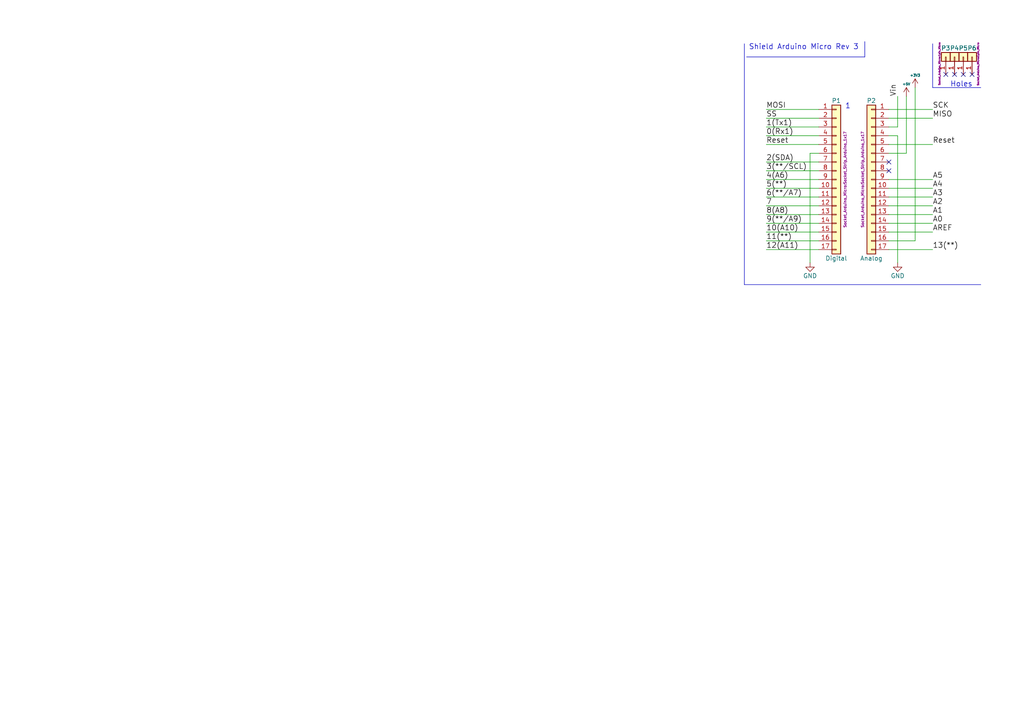
<source format=kicad_sch>
(kicad_sch (version 20230121) (generator eeschema)
  (paper "A4")
  (title_block (date "sam. 04 avril 2015"))
  (lib_symbols
    (symbol "Connector_Generic:Conn_01x01" (pin_names (offset 1.016) hide)
      (property "Reference" "J" (at 0 2.54 0))
      (property "Value" "Conn_01x01" (at 0 -2.54 0))
      (symbol "Conn_01x01_1_1"
        (rectangle (start -1.27 0.127) (end 0 -0.127) (stroke (width 0.1524)))
        (rectangle (start -1.27 1.27) (end 1.27 -1.27) (stroke (width 0.254)) (fill (type background)))
        (pin passive line (at -5.08 0 0) (length 3.81) (name "Pin_1") (number "1"))
      )
    )
    (symbol "Connector_Generic:Conn_01x17" (pin_names (offset 1.016) hide)
      (property "Reference" "J" (at 0 22.86 0))
      (property "Value" "Conn_01x17" (at 0 -22.86 0))
      (symbol "Conn_01x17_1_1"
        (rectangle (start -1.27 -20.193) (end 0 -20.447) (stroke (width 0.1524)))
        (rectangle (start -1.27 -17.653) (end 0 -17.907) (stroke (width 0.1524)))
        (rectangle (start -1.27 -15.113) (end 0 -15.367) (stroke (width 0.1524)))
        (rectangle (start -1.27 -12.573) (end 0 -12.827) (stroke (width 0.1524)))
        (rectangle (start -1.27 -10.033) (end 0 -10.287) (stroke (width 0.1524)))
        (rectangle (start -1.27 -7.493) (end 0 -7.747) (stroke (width 0.1524)))
        (rectangle (start -1.27 -4.953) (end 0 -5.207) (stroke (width 0.1524)))
        (rectangle (start -1.27 -2.413) (end 0 -2.667) (stroke (width 0.1524)))
        (rectangle (start -1.27 0.127) (end 0 -0.127) (stroke (width 0.1524)))
        (rectangle (start -1.27 2.667) (end 0 2.413) (stroke (width 0.1524)))
        (rectangle (start -1.27 5.207) (end 0 4.953) (stroke (width 0.1524)))
        (rectangle (start -1.27 7.747) (end 0 7.493) (stroke (width 0.1524)))
        (rectangle (start -1.27 10.287) (end 0 10.033) (stroke (width 0.1524)))
        (rectangle (start -1.27 12.827) (end 0 12.573) (stroke (width 0.1524)))
        (rectangle (start -1.27 15.367) (end 0 15.113) (stroke (width 0.1524)))
        (rectangle (start -1.27 17.907) (end 0 17.653) (stroke (width 0.1524)))
        (rectangle (start -1.27 20.447) (end 0 20.193) (stroke (width 0.1524)))
        (rectangle (start -1.27 21.59) (end 1.27 -21.59) (stroke (width 0.254)) (fill (type background)))
        (pin passive line (at -5.08 20.32 0) (length 3.81) (name "Pin_1") (number "1"))
        (pin passive line (at -5.08 -2.54 0) (length 3.81) (name "Pin_10") (number "10"))
        (pin passive line (at -5.08 -5.08 0) (length 3.81) (name "Pin_11") (number "11"))
        (pin passive line (at -5.08 -7.62 0) (length 3.81) (name "Pin_12") (number "12"))
        (pin passive line (at -5.08 -10.16 0) (length 3.81) (name "Pin_13") (number "13"))
        (pin passive line (at -5.08 -12.7 0) (length 3.81) (name "Pin_14") (number "14"))
        (pin passive line (at -5.08 -15.24 0) (length 3.81) (name "Pin_15") (number "15"))
        (pin passive line (at -5.08 -17.78 0) (length 3.81) (name "Pin_16") (number "16"))
        (pin passive line (at -5.08 -20.32 0) (length 3.81) (name "Pin_17") (number "17"))
        (pin passive line (at -5.08 17.78 0) (length 3.81) (name "Pin_2") (number "2"))
        (pin passive line (at -5.08 15.24 0) (length 3.81) (name "Pin_3") (number "3"))
        (pin passive line (at -5.08 12.7 0) (length 3.81) (name "Pin_4") (number "4"))
        (pin passive line (at -5.08 10.16 0) (length 3.81) (name "Pin_5") (number "5"))
        (pin passive line (at -5.08 7.62 0) (length 3.81) (name "Pin_6") (number "6"))
        (pin passive line (at -5.08 5.08 0) (length 3.81) (name "Pin_7") (number "7"))
        (pin passive line (at -5.08 2.54 0) (length 3.81) (name "Pin_8") (number "8"))
        (pin passive line (at -5.08 0 0) (length 3.81) (name "Pin_9") (number "9"))
      )
    )
    (symbol "power:+3V3" (power) (pin_names (offset 0))
      (property "Value" "+3V3" (at 0 3.556 0))
      (symbol "+3V3_0_1"
        (polyline (pts (xy -0.762 1.27) (xy 0 2.54)))
        (polyline (pts (xy 0 0) (xy 0 2.54)))
        (polyline (pts (xy 0 2.54) (xy 0.762 1.27)))
      )
      (symbol "+3V3_1_1"
        (pin power_in line (at 0 0 90) (length 0) hide (name "+3V3") (number "1"))
      )
    )
    (symbol "power:+5V" (power) (pin_names (offset 0))
      (property "Value" "+5V" (at 0 3.556 0))
      (symbol "+5V_0_1"
        (polyline (pts (xy -0.762 1.27) (xy 0 2.54)))
        (polyline (pts (xy 0 0) (xy 0 2.54)))
        (polyline (pts (xy 0 2.54) (xy 0.762 1.27)))
      )
      (symbol "+5V_1_1"
        (pin power_in line (at 0 0 90) (length 0) hide (name "+5V") (number "1"))
      )
    )
    (symbol "power:GND" (power) (pin_names (offset 0))
      (property "Value" "GND" (at 0 -3.81 0))
      (symbol "GND_0_1"
        (polyline (pts (xy 0 0) (xy 0 -1.27) (xy 1.27 -1.27) (xy 0 -2.54) (xy -1.27 -1.27) (xy 0 -1.27)))
      )
      (symbol "GND_1_1"
        (pin power_in line (at 0 0 270) (length 0) hide (name "GND") (number "1"))
      )
    )
  )
  (no_connect (at 281.94 21.59))
  (no_connect (at 257.81 46.99))
  (no_connect (at 257.81 49.53))
  (no_connect (at 279.4 21.59))
  (no_connect (at 276.86 21.59))
  (no_connect (at 274.32 21.59))
  (wire (pts (xy 222.25 34.29) (xy 237.49 34.29)))
  (wire (pts (xy 222.25 57.15) (xy 237.49 57.15)))
  (wire (pts (xy 222.25 31.75) (xy 237.49 31.75)))
  (wire (pts (xy 222.25 59.69) (xy 237.49 59.69)))
  (wire (pts (xy 222.25 54.61) (xy 237.49 54.61)))
  (wire (pts (xy 265.43 25.4) (xy 265.43 69.85)))
  (wire (pts (xy 270.51 57.15) (xy 257.81 57.15)))
  (polyline (pts (xy 250.825 16.51) (xy 250.825 12.065)))
  (wire (pts (xy 260.35 36.83) (xy 260.35 27.94)))
  (wire (pts (xy 270.51 59.69) (xy 257.81 59.69)))
  (wire (pts (xy 257.81 36.83) (xy 260.35 36.83)))
  (polyline (pts (xy 284.48 25.4) (xy 270.51 25.4)))
  (polyline (pts (xy 215.9 82.55) (xy 284.48 82.55)))
  (wire (pts (xy 265.43 69.85) (xy 257.81 69.85)))
  (polyline (pts (xy 216.535 16.51) (xy 250.825 16.51)))
  (wire (pts (xy 222.25 72.39) (xy 237.49 72.39)))
  (wire (pts (xy 260.35 39.37) (xy 260.35 76.2)))
  (wire (pts (xy 222.25 69.85) (xy 237.49 69.85)))
  (wire (pts (xy 222.25 36.83) (xy 237.49 36.83)))
  (wire (pts (xy 222.25 39.37) (xy 237.49 39.37)))
  (wire (pts (xy 222.25 52.07) (xy 237.49 52.07)))
  (wire (pts (xy 257.81 39.37) (xy 260.35 39.37)))
  (wire (pts (xy 222.25 49.53) (xy 237.49 49.53)))
  (wire (pts (xy 222.25 67.31) (xy 237.49 67.31)))
  (wire (pts (xy 270.51 72.39) (xy 257.81 72.39)))
  (wire (pts (xy 270.51 64.77) (xy 257.81 64.77)))
  (wire (pts (xy 257.81 62.23) (xy 270.51 62.23)))
  (wire (pts (xy 262.89 44.45) (xy 262.89 27.94)))
  (polyline (pts (xy 270.51 25.4) (xy 270.51 12.7)))
  (wire (pts (xy 234.95 44.45) (xy 234.95 76.2)))
  (wire (pts (xy 222.25 41.91) (xy 237.49 41.91)))
  (wire (pts (xy 270.51 31.75) (xy 257.81 31.75)))
  (wire (pts (xy 257.81 67.31) (xy 270.51 67.31)))
  (polyline (pts (xy 215.9 12.7) (xy 215.9 82.55)))
  (wire (pts (xy 222.25 64.77) (xy 237.49 64.77)))
  (wire (pts (xy 237.49 44.45) (xy 234.95 44.45)))
  (wire (pts (xy 270.51 41.91) (xy 257.81 41.91)))
  (wire (pts (xy 270.51 52.07) (xy 257.81 52.07)))
  (wire (pts (xy 257.81 44.45) (xy 262.89 44.45)))
  (wire (pts (xy 257.81 34.29) (xy 270.51 34.29)))
  (wire (pts (xy 257.81 54.61) (xy 270.51 54.61)))
  (wire (pts (xy 222.25 46.99) (xy 237.49 46.99)))
  (wire (pts (xy 222.25 62.23) (xy 237.49 62.23)))
  (text "1" (at 245.11 31.75 0) (effects (font (size 1.524 1.524)) (justify left bottom)))
  (text "Holes" (at 275.59 25.4 0) (effects (font (size 1.524 1.524)) (justify left bottom)))
  (text "Shield Arduino Micro Rev 3" (at 217.17 14.605 0) (effects (font (size 1.524 1.524)) (justify left bottom)))
  (label "MOSI" (at 222.25 31.75 0) (effects (font (size 1.524 1.524))))
  (label "10(A10)" (at 222.25 67.31 0) (effects (font (size 1.524 1.524))))
  (label "A3" (at 270.51 57.15 0) (effects (font (size 1.524 1.524))))
  (label "5(**)" (at 222.25 54.61 0) (effects (font (size 1.524 1.524))))
  (label "Reset" (at 270.51 41.91 0) (effects (font (size 1.524 1.524))))
  (label "11(**)" (at 222.25 69.85 0) (effects (font (size 1.524 1.524))))
  (label "0(Rx1)" (at 222.25 39.37 0) (effects (font (size 1.524 1.524))))
  (label "8(A8)" (at 222.25 62.23 0) (effects (font (size 1.524 1.524))))
  (label "Reset" (at 222.25 41.91 0) (effects (font (size 1.524 1.524))))
  (label "A5" (at 270.51 52.07 0) (effects (font (size 1.524 1.524))))
  (label "7" (at 222.25 59.69 0) (effects (font (size 1.524 1.524))))
  (label "SCK" (at 270.51 31.75 0) (effects (font (size 1.524 1.524))))
  (label "A4" (at 270.51 54.61 0) (effects (font (size 1.524 1.524))))
  (label "AREF" (at 270.51 67.31 0) (effects (font (size 1.524 1.524))))
  (label "A2" (at 270.51 59.69 0) (effects (font (size 1.524 1.524))))
  (label "SS" (at 222.25 34.29 0) (effects (font (size 1.524 1.524))))
  (label "2(SDA)" (at 222.25 46.99 0) (effects (font (size 1.524 1.524))))
  (label "Vin" (at 260.35 27.94 90) (effects (font (size 1.524 1.524))))
  (label "A0" (at 270.51 64.77 0) (effects (font (size 1.524 1.524))))
  (label "A1" (at 270.51 62.23 0) (effects (font (size 1.524 1.524))))
  (label "4(A6)" (at 222.25 52.07 0) (effects (font (size 1.524 1.524))))
  (label "MISO" (at 270.51 34.29 0) (effects (font (size 1.524 1.524))))
  (label "9(**/A9)" (at 222.25 64.77 0) (effects (font (size 1.524 1.524))))
  (label "13(**)" (at 270.51 72.39 0) (effects (font (size 1.524 1.524))))
  (label "3(**/SCL)" (at 222.25 49.53 0) (effects (font (size 1.524 1.524))))
  (label "6(**/A7)" (at 222.25 57.15 0) (effects (font (size 1.524 1.524))))
  (label "1(Tx1)" (at 222.25 36.83 0) (effects (font (size 1.524 1.524))))
  (label "12(A11)" (at 222.25 72.39 0) (effects (font (size 1.524 1.524))))
  (symbol (lib_id "Connector_Generic:Conn_01x17") (at 242.57 52.07 0) (unit 1)
    (property "Reference" "P1" (at 242.57 29.21 0))
    (property "Value" "Digital" (at 242.57 74.93 0))
    (property "Footprint" "Socket_Arduino_Micro:Socket_Strip_Arduino_1x17" (at 245.11 52.07 90) (effects (font (size 0.762 0.762))))
  )
  (symbol (lib_id "Connector_Generic:Conn_01x17") (at 252.73 52.07 0) (mirror y) (unit 1)
    (property "Reference" "P2" (at 252.73 29.21 0))
    (property "Value" "Analog" (at 252.73 74.93 0))
    (property "Footprint" "Socket_Arduino_Micro:Socket_Strip_Arduino_1x17" (at 250.19 52.07 90) (effects (font (size 0.762 0.762))))
  )
  (symbol (lib_id "power:GND") (at 234.95 76.2 0) (unit 1)
    (property "Reference" "#PWR01" (effects hide))
    (property "Value" "GND" (at 234.95 80.01 0))
  )
  (symbol (lib_id "power:+5V") (at 262.89 27.94 0) (unit 1)
    (property "Reference" "#PWR02" (effects hide))
    (property "Value" "+5V" (at 262.89 24.384 0) (effects (font (size 0.7112 0.7112))))
  )
  (symbol (lib_id "power:GND") (at 260.35 76.2 0) (unit 1)
    (property "Reference" "#PWR03" (effects hide))
    (property "Value" "GND" (at 260.35 80.01 0))
  )
  (symbol (lib_id "power:+3V3") (at 265.43 25.4 0) (unit 1)
    (property "Reference" "#PWR04" (effects hide))
    (property "Value" "+3.3V" (at 265.43 21.844 0) (effects (font (size 0.7112 0.7112))))
  )
  (symbol (lib_id "Connector_Generic:Conn_01x01") (at 274.32 16.51 90) (unit 1)
    (property "Reference" "P3" (at 274.32 13.97 90))
    (property "Value" "CONN_01X01" (effects hide))
    (property "Footprint" "Socket_Arduino_Micro:1pin_Micro" (at 272.4912 18.4912 0) (effects (font (size 0.508 0.508))))
  )
  (symbol (lib_id "Connector_Generic:Conn_01x01") (at 276.86 16.51 90) (unit 1)
    (property "Reference" "P4" (at 276.86 13.97 90))
    (property "Value" "CONN_01X01" (effects hide))
    (property "Footprint" "Socket_Arduino_Micro:1pin_Micro" (effects hide))
  )
  (symbol (lib_id "Connector_Generic:Conn_01x01") (at 279.4 16.51 90) (unit 1)
    (property "Reference" "P5" (at 279.4 13.97 90))
    (property "Value" "CONN_01X01" (effects hide))
    (property "Footprint" "Socket_Arduino_Micro:1pin_Micro" (effects hide))
  )
  (symbol (lib_id "Connector_Generic:Conn_01x01") (at 281.94 16.51 90) (unit 1)
    (property "Reference" "P6" (at 281.94 13.97 90))
    (property "Value" "CONN_01X01" (effects hide))
    (property "Footprint" "Socket_Arduino_Micro:1pin_Micro" (at 283.6926 18.5674 0) (effects (font (size 0.508 0.508))))
  )
)
</source>
